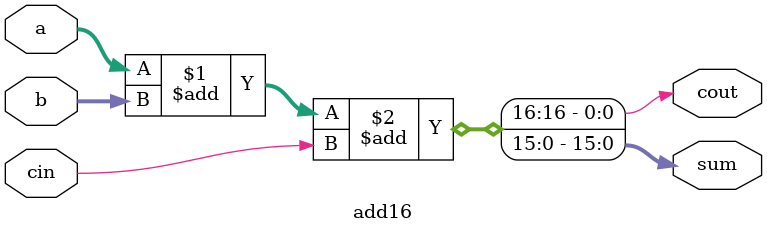
<source format=v>
module part_5_top_module (
    input [31:0] a,
    input [31:0] b,
    input sub,
    output [31:0] sum
);
    
    wire cout_lower; 
    wire [15:0] b_lower;

    assign b_lower = b[15:0] ^ {16{sub}};
    

    add16 lower16 (
        .a(a[15:0]),
        .b(b_lower),
        .cin(sub),
        .sum(sum[15:0]),
        .cout(cout_lower)
    );
    

    add16 upper16 (
        .a(a[31:16]),
        .b(b[31:16]),
        .cin(cout_lower),
        .sum(sum[31:16]),
        .cout() 
    );

endmodule


module add16 (
    input [15:0] a,
    input [15:0] b,
    input cin,
    output [15:0] sum,
    output cout
);
    assign {cout, sum} = a + b + cin;
endmodule

</source>
